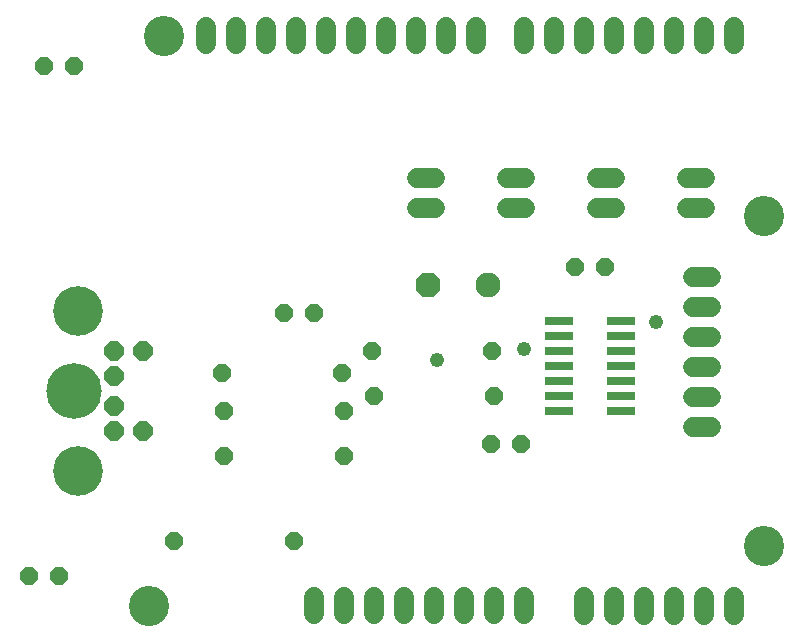
<source format=gts>
G75*
%MOIN*%
%OFA0B0*%
%FSLAX25Y25*%
%IPPOS*%
%LPD*%
%AMOC8*
5,1,8,0,0,1.08239X$1,22.5*
%
%ADD10C,0.13398*%
%ADD11C,0.06800*%
%ADD12OC8,0.06000*%
%ADD13C,0.08300*%
%ADD14OC8,0.08300*%
%ADD15C,0.06737*%
%ADD16C,0.06540*%
%ADD17C,0.16548*%
%ADD18OC8,0.06400*%
%ADD19C,0.18516*%
%ADD20R,0.09461X0.03162*%
%ADD21C,0.04800*%
D10*
X0082421Y0011700D03*
X0287421Y0031700D03*
X0287421Y0141700D03*
X0087421Y0201700D03*
D11*
X0227421Y0014700D02*
X0227421Y0008700D01*
X0237421Y0008700D02*
X0237421Y0014700D01*
X0247421Y0014700D02*
X0247421Y0008700D01*
X0257421Y0008700D02*
X0257421Y0014700D01*
X0267421Y0014700D02*
X0267421Y0008700D01*
X0277421Y0008700D02*
X0277421Y0014700D01*
D12*
X0042421Y0021700D03*
X0052421Y0021700D03*
X0090921Y0033200D03*
X0107421Y0061700D03*
X0107421Y0076700D03*
X0106921Y0089200D03*
X0127421Y0109200D03*
X0137421Y0109200D03*
X0156921Y0096700D03*
X0146921Y0089200D03*
X0157421Y0081700D03*
X0147421Y0076700D03*
X0147421Y0061700D03*
X0130921Y0033200D03*
X0196421Y0065700D03*
X0206421Y0065700D03*
X0197421Y0081700D03*
X0196921Y0096700D03*
X0224421Y0124700D03*
X0234421Y0124700D03*
X0057421Y0191700D03*
X0047421Y0191700D03*
D13*
X0195421Y0118700D03*
D14*
X0175421Y0118700D03*
D15*
X0177890Y0144200D02*
X0171953Y0144200D01*
X0171953Y0154200D02*
X0177890Y0154200D01*
X0201953Y0154200D02*
X0207890Y0154200D01*
X0207890Y0144200D02*
X0201953Y0144200D01*
X0231953Y0144200D02*
X0237890Y0144200D01*
X0237890Y0154200D02*
X0231953Y0154200D01*
X0261953Y0154200D02*
X0267890Y0154200D01*
X0267890Y0144200D02*
X0261953Y0144200D01*
X0263953Y0121200D02*
X0269890Y0121200D01*
X0269890Y0111200D02*
X0263953Y0111200D01*
X0263953Y0101200D02*
X0269890Y0101200D01*
X0269890Y0091200D02*
X0263953Y0091200D01*
X0263953Y0081200D02*
X0269890Y0081200D01*
X0269890Y0071200D02*
X0263953Y0071200D01*
D16*
X0207421Y0014570D02*
X0207421Y0008830D01*
X0197421Y0008830D02*
X0197421Y0014570D01*
X0187421Y0014570D02*
X0187421Y0008830D01*
X0177421Y0008830D02*
X0177421Y0014570D01*
X0167421Y0014570D02*
X0167421Y0008830D01*
X0157421Y0008830D02*
X0157421Y0014570D01*
X0147421Y0014570D02*
X0147421Y0008830D01*
X0137421Y0008830D02*
X0137421Y0014570D01*
X0141421Y0198830D02*
X0141421Y0204570D01*
X0151421Y0204570D02*
X0151421Y0198830D01*
X0161421Y0198830D02*
X0161421Y0204570D01*
X0171421Y0204570D02*
X0171421Y0198830D01*
X0181421Y0198830D02*
X0181421Y0204570D01*
X0191421Y0204570D02*
X0191421Y0198830D01*
X0207421Y0198830D02*
X0207421Y0204570D01*
X0217421Y0204570D02*
X0217421Y0198830D01*
X0227421Y0198830D02*
X0227421Y0204570D01*
X0237421Y0204570D02*
X0237421Y0198830D01*
X0247421Y0198830D02*
X0247421Y0204570D01*
X0257421Y0204570D02*
X0257421Y0198830D01*
X0267421Y0198830D02*
X0267421Y0204570D01*
X0277421Y0204570D02*
X0277421Y0198830D01*
X0131421Y0198830D02*
X0131421Y0204570D01*
X0121421Y0204570D02*
X0121421Y0198830D01*
X0111421Y0198830D02*
X0111421Y0204570D01*
X0101421Y0204570D02*
X0101421Y0198830D01*
D17*
X0058874Y0109972D03*
X0058874Y0056625D03*
D18*
X0070685Y0069814D03*
X0080331Y0069814D03*
X0070685Y0078082D03*
X0070685Y0088318D03*
X0070685Y0096586D03*
X0080528Y0096586D03*
D19*
X0057421Y0083200D03*
D20*
X0219185Y0081700D03*
X0219185Y0086700D03*
X0219185Y0091700D03*
X0219185Y0096700D03*
X0219185Y0101700D03*
X0219185Y0106700D03*
X0239658Y0106700D03*
X0239658Y0101700D03*
X0239658Y0096700D03*
X0239658Y0091700D03*
X0239658Y0086700D03*
X0239658Y0081700D03*
X0239658Y0076700D03*
X0219185Y0076700D03*
D21*
X0207421Y0097100D03*
X0178621Y0093500D03*
X0251321Y0106100D03*
M02*

</source>
